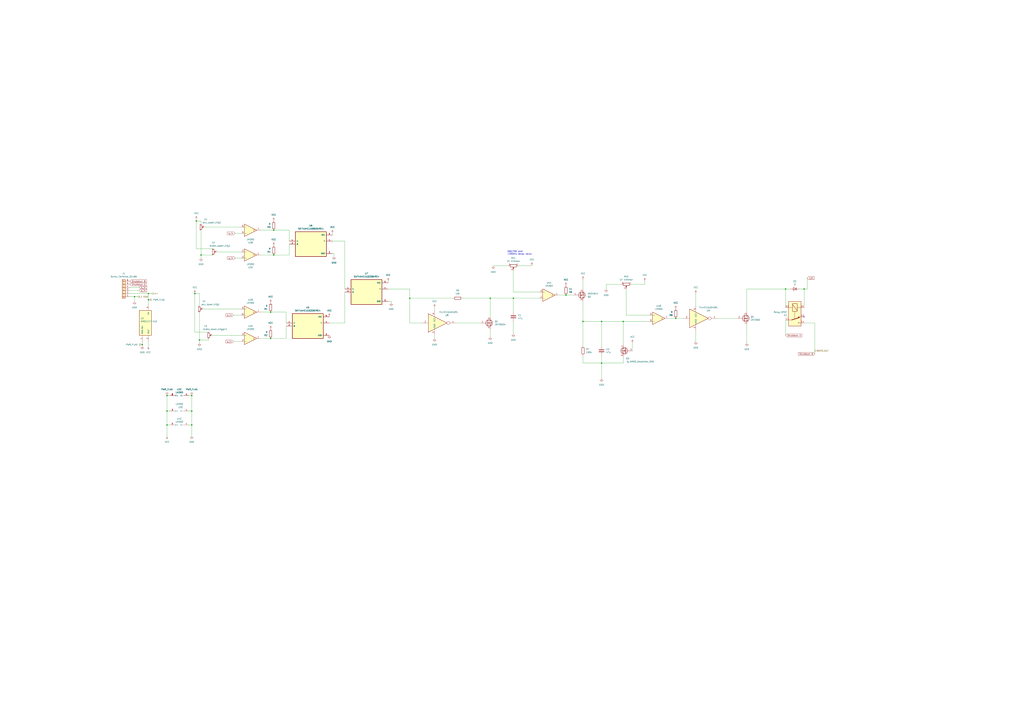
<source format=kicad_sch>
(kicad_sch (version 20231120) (generator "eeschema") (generator_version "8.0")
  (paper "A1")
  (lib_symbols
    (symbol "74xGxx:74LVC1GU04DRL"
      (property "Reference" "U" (at -5.08 10.16 0))
      (property "Value" "74LVC1GU04DRL" (at 17.78 10.16 0))
      (symbol "74LVC1GU04DRL_0_1"
        (rectangle (start -5.08 7.62) (end -5.08 -7.62) (stroke (width 0.254)) (fill (type background)))
        (polyline (pts (xy -5.08 -7.62) (xy 10.16 0) (xy -5.08 7.62)) (stroke (width 0.254)) (fill (type background)))
        (circle (center 11.43 0) (radius 1.27))
      )
      (symbol "74LVC1GU04DRL_1_1"
        (pin no_connect line (at 10.16 0 180) (length 5.08) hide (name "NC") (number "1"))
        (pin input line (at -10.16 0 0) (length 5.08) (name "~") (number "2"))
        (pin power_in line (at 0 -10.16 90) (length 5.08) (name "GND") (number "3"))
        (pin output line (at 17.78 0 180) (length 5.08) (name "~") (number "4"))
        (pin power_in line (at 0 10.16 270) (length 5.08) (name "VCC") (number "5"))
      )
    )
    (symbol "AMS1117-5.0:AMS1117-5.0" (pin_names (offset 1.016))
      (property "Reference" "U" (at -10.16 5.5921 0))
      (property "Value" "AMS1117-5.0" (at -10.16 -8.1379 0))
      (symbol "AMS1117-5.0_0_0"
        (rectangle (start -10.16 -5.08) (end 10.16 5.08) (stroke (width 0.254)) (fill (type background)))
        (pin power_in line (at 15.24 -2.54 180) (length 5.08) (name "GND/ADJ") (number "1"))
        (pin output line (at 15.24 2.54 180) (length 5.08) (name "VOUT") (number "2"))
        (pin input line (at -15.24 2.54 0) (length 5.08) (name "VIN") (number "3"))
      )
    )
    (symbol "Comparator:LM393" (pin_names (offset 0.127))
      (property "Reference" "U" (at 3.81 3.81 0))
      (property "Value" "LM393" (at 6.35 -3.81 0))
      (symbol "LM393_1_1"
        (polyline (pts (xy -5.08 5.08) (xy 5.08 0) (xy -5.08 -5.08) (xy -5.08 5.08)) (stroke (width 0.254)) (fill (type background)))
        (polyline (pts (xy 3.302 -0.508) (xy 2.794 -0.508) (xy 3.302 0) (xy 2.794 0.508) (xy 2.286 0) (xy 2.794 -0.508) (xy 2.286 -0.508)) (stroke (width 0.127)))
        (pin open_collector line (at 7.62 0 180) (length 2.54) (name "~") (number "1"))
        (pin input line (at -7.62 -2.54 0) (length 2.54) (name "-") (number "2"))
        (pin input line (at -7.62 2.54 0) (length 2.54) (name "+") (number "3"))
      )
      (symbol "LM393_2_1"
        (polyline (pts (xy -5.08 5.08) (xy 5.08 0) (xy -5.08 -5.08) (xy -5.08 5.08)) (stroke (width 0.254)) (fill (type background)))
        (polyline (pts (xy 3.302 -0.508) (xy 2.794 -0.508) (xy 3.302 0) (xy 2.794 0.508) (xy 2.286 0) (xy 2.794 -0.508) (xy 2.286 -0.508)) (stroke (width 0.127)))
        (pin input line (at -7.62 2.54 0) (length 2.54) (name "+") (number "5"))
        (pin input line (at -7.62 -2.54 0) (length 2.54) (name "-") (number "6"))
        (pin open_collector line (at 7.62 0 180) (length 2.54) (name "~") (number "7"))
      )
      (symbol "LM393_3_1"
        (pin power_in line (at -2.54 -7.62 90) (length 3.81) (name "V-") (number "4"))
        (pin power_in line (at -2.54 7.62 270) (length 3.81) (name "V+") (number "8"))
      )
    )
    (symbol "Connector:Screw_Terminal_01x06" (pin_names (offset 1.016) hide)
      (property "Reference" "J" (at 0 7.62 0))
      (property "Value" "Screw_Terminal_01x06" (at 0 -10.16 0))
      (symbol "Screw_Terminal_01x06_1_1"
        (rectangle (start -1.27 6.35) (end 1.27 -8.89) (stroke (width 0.254)) (fill (type background)))
        (circle (center 0 -7.62) (radius 0.635) (stroke (width 0.1524)))
        (circle (center 0 -5.08) (radius 0.635) (stroke (width 0.1524)))
        (circle (center 0 -2.54) (radius 0.635) (stroke (width 0.1524)))
        (polyline (pts (xy -0.5334 -7.2898) (xy 0.3302 -8.128)) (stroke (width 0.1524)))
        (polyline (pts (xy -0.5334 -4.7498) (xy 0.3302 -5.588)) (stroke (width 0.1524)))
        (polyline (pts (xy -0.5334 -2.2098) (xy 0.3302 -3.048)) (stroke (width 0.1524)))
        (polyline (pts (xy -0.5334 0.3302) (xy 0.3302 -0.508)) (stroke (width 0.1524)))
        (polyline (pts (xy -0.5334 2.8702) (xy 0.3302 2.032)) (stroke (width 0.1524)))
        (polyline (pts (xy -0.5334 5.4102) (xy 0.3302 4.572)) (stroke (width 0.1524)))
        (polyline (pts (xy -0.3556 -7.112) (xy 0.508 -7.9502)) (stroke (width 0.1524)))
        (polyline (pts (xy -0.3556 -4.572) (xy 0.508 -5.4102)) (stroke (width 0.1524)))
        (polyline (pts (xy -0.3556 -2.032) (xy 0.508 -2.8702)) (stroke (width 0.1524)))
        (polyline (pts (xy -0.3556 0.508) (xy 0.508 -0.3302)) (stroke (width 0.1524)))
        (polyline (pts (xy -0.3556 3.048) (xy 0.508 2.2098)) (stroke (width 0.1524)))
        (polyline (pts (xy -0.3556 5.588) (xy 0.508 4.7498)) (stroke (width 0.1524)))
        (circle (center 0 0) (radius 0.635) (stroke (width 0.1524)))
        (circle (center 0 2.54) (radius 0.635) (stroke (width 0.1524)))
        (circle (center 0 5.08) (radius 0.635) (stroke (width 0.1524)))
        (pin passive line (at -5.08 5.08 0) (length 3.81) (name "Pin_1") (number "1"))
        (pin passive line (at -5.08 2.54 0) (length 3.81) (name "Pin_2") (number "2"))
        (pin passive line (at -5.08 0 0) (length 3.81) (name "Pin_3") (number "3"))
        (pin passive line (at -5.08 -2.54 0) (length 3.81) (name "Pin_4") (number "4"))
        (pin passive line (at -5.08 -5.08 0) (length 3.81) (name "Pin_5") (number "5"))
        (pin passive line (at -5.08 -7.62 0) (length 3.81) (name "Pin_6") (number "6"))
      )
    )
    (symbol "Device:C" (pin_numbers hide) (pin_names (offset 0.254))
      (property "Reference" "C" (at 0.635 2.54 0))
      (property "Value" "C" (at 0.635 -2.54 0))
      (symbol "C_0_1"
        (polyline (pts (xy -2.032 -0.762) (xy 2.032 -0.762)) (stroke (width 0.508)))
        (polyline (pts (xy -2.032 0.762) (xy 2.032 0.762)) (stroke (width 0.508)))
      )
      (symbol "C_1_1"
        (pin passive line (at 0 3.81 270) (length 2.794) (name "~") (number "1"))
        (pin passive line (at 0 -3.81 90) (length 2.794) (name "~") (number "2"))
      )
    )
    (symbol "Device:D" (pin_numbers hide) (pin_names (offset 1.016) hide)
      (property "Reference" "D" (at 0 2.54 0))
      (property "Value" "D" (at 0 -2.54 0))
      (symbol "D_0_1"
        (polyline (pts (xy -1.27 1.27) (xy -1.27 -1.27)) (stroke (width 0.254)))
        (polyline (pts (xy 1.27 0) (xy -1.27 0)))
        (polyline (pts (xy 1.27 1.27) (xy 1.27 -1.27) (xy -1.27 0) (xy 1.27 1.27)) (stroke (width 0.254)))
      )
      (symbol "D_1_1"
        (pin passive line (at -3.81 0 0) (length 2.54) (name "K") (number "1"))
        (pin passive line (at 3.81 0 180) (length 2.54) (name "A") (number "2"))
      )
    )
    (symbol "Device:Q_NMOS_Depletion_DGS" (pin_names (offset 0) hide)
      (property "Reference" "Q" (at 5.08 1.905 0))
      (property "Value" "Q_NMOS_Depletion_DGS" (at 5.08 0 0))
      (symbol "Q_NMOS_Depletion_DGS_0_1"
        (polyline (pts (xy 0.254 0) (xy -2.54 0)))
        (polyline (pts (xy 0.254 1.905) (xy 0.254 -1.905)) (stroke (width 0.254)))
        (polyline (pts (xy 0.762 2.286) (xy 0.762 -2.286)) (stroke (width 0.254)))
        (polyline (pts (xy 2.54 2.54) (xy 2.54 1.778)))
        (polyline (pts (xy 2.54 -2.54) (xy 2.54 0) (xy 0.762 0)))
        (polyline (pts (xy 0.762 -1.778) (xy 3.302 -1.778) (xy 3.302 1.778) (xy 0.762 1.778)))
        (polyline (pts (xy 1.016 0) (xy 2.032 0.381) (xy 2.032 -0.381) (xy 1.016 0)) (fill (type outline)))
        (polyline (pts (xy 2.794 0.508) (xy 2.921 0.381) (xy 3.683 0.381) (xy 3.81 0.254)))
        (polyline (pts (xy 3.302 0.381) (xy 2.921 -0.254) (xy 3.683 -0.254) (xy 3.302 0.381)))
        (circle (center 1.651 0) (radius 2.794) (stroke (width 0.254)))
        (circle (center 2.54 -1.778) (radius 0.254) (fill (type outline)))
        (circle (center 2.54 1.778) (radius 0.254) (fill (type outline)))
      )
      (symbol "Q_NMOS_Depletion_DGS_1_1"
        (pin passive line (at 2.54 5.08 270) (length 2.54) (name "D") (number "1"))
        (pin input line (at -5.08 0 0) (length 2.54) (name "G") (number "2"))
        (pin passive line (at 2.54 -5.08 90) (length 2.54) (name "S") (number "3"))
      )
    )
    (symbol "Device:R" (pin_numbers hide) (pin_names (offset 0))
      (property "Reference" "R" (at 2.032 0 90))
      (property "Value" "R" (at 0 0 90))
      (symbol "R_0_1"
        (rectangle (start -1.016 -2.54) (end 1.016 2.54) (stroke (width 0.254)))
      )
      (symbol "R_1_1"
        (pin passive line (at 0 3.81 270) (length 1.27) (name "~") (number "1"))
        (pin passive line (at 0 -3.81 90) (length 1.27) (name "~") (number "2"))
      )
    )
    (symbol "Device:R_Potentiometer" (pin_names (offset 1.016) hide)
      (property "Reference" "RV" (at -4.445 0 90))
      (property "Value" "R_Potentiometer" (at -2.54 0 90))
      (symbol "R_Potentiometer_0_1"
        (polyline (pts (xy 2.54 0) (xy 1.524 0)))
        (polyline (pts (xy 1.143 0) (xy 2.286 0.508) (xy 2.286 -0.508) (xy 1.143 0)) (fill (type outline)))
        (rectangle (start 1.016 2.54) (end -1.016 -2.54) (stroke (width 0.254)))
      )
      (symbol "R_Potentiometer_1_1"
        (pin passive line (at 0 3.81 270) (length 1.27) (name "1") (number "1"))
        (pin passive line (at 3.81 0 180) (length 1.27) (name "2") (number "2"))
        (pin passive line (at 0 -3.81 90) (length 1.27) (name "3") (number "3"))
      )
    )
    (symbol "Device:R_Potentiometer_Small" (pin_names (offset 1.016) hide)
      (property "Reference" "RV" (at -4.445 0 90))
      (property "Value" "R_Potentiometer_Small" (at -2.54 0 90))
      (symbol "R_Potentiometer_Small_0_1"
        (polyline (pts (xy 0.889 0) (xy 0.635 0) (xy 1.651 0.381) (xy 1.651 -0.381) (xy 0.635 0) (xy 0.889 0)) (fill (type outline)))
        (rectangle (start 0.762 1.8034) (end -0.762 -1.8034) (stroke (width 0.254)))
      )
      (symbol "R_Potentiometer_Small_1_1"
        (pin passive line (at 0 2.54 270) (length 0.635) (name "1") (number "1"))
        (pin passive line (at 2.54 0 180) (length 0.9906) (name "2") (number "2"))
        (pin passive line (at 0 -2.54 90) (length 0.635) (name "3") (number "3"))
      )
    )
    (symbol "Relay:Relay_SPDT"
      (property "Reference" "K" (at 11.43 3.81 0))
      (property "Value" "Relay_SPDT" (at 11.43 1.27 0))
      (symbol "Relay_SPDT_0_0"
        (polyline (pts (xy 7.62 5.08) (xy 7.62 2.54) (xy 6.985 3.175) (xy 7.62 3.81)))
      )
      (symbol "Relay_SPDT_0_1"
        (rectangle (start -10.16 5.08) (end 10.16 -5.08) (stroke (width 0.254)) (fill (type background)))
        (rectangle (start -8.255 1.905) (end -1.905 -1.905) (stroke (width 0.254)))
        (polyline (pts (xy -7.62 -1.905) (xy -2.54 1.905)) (stroke (width 0.254)))
        (polyline (pts (xy -5.08 -5.08) (xy -5.08 -1.905)))
        (polyline (pts (xy -5.08 5.08) (xy -5.08 1.905)))
        (polyline (pts (xy -1.905 0) (xy -1.27 0)) (stroke (width 0.254)))
        (polyline (pts (xy -0.635 0) (xy 0 0)) (stroke (width 0.254)))
        (polyline (pts (xy 0.635 0) (xy 1.27 0)) (stroke (width 0.254)))
        (polyline (pts (xy 1.905 0) (xy 2.54 0)) (stroke (width 0.254)))
        (polyline (pts (xy 3.175 0) (xy 3.81 0)) (stroke (width 0.254)))
        (polyline (pts (xy 5.08 -2.54) (xy 3.175 3.81)) (stroke (width 0.508)))
        (polyline (pts (xy 5.08 -2.54) (xy 5.08 -5.08)))
        (polyline (pts (xy 2.54 5.08) (xy 2.54 2.54) (xy 3.175 3.175) (xy 2.54 3.81)) (fill (type outline)))
      )
      (symbol "Relay_SPDT_1_1"
        (pin passive line (at 5.08 -7.62 90) (length 2.54) (name "~") (number "11"))
        (pin passive line (at 2.54 7.62 270) (length 2.54) (name "~") (number "12"))
        (pin passive line (at 7.62 7.62 270) (length 2.54) (name "~") (number "14"))
        (pin passive line (at -5.08 7.62 270) (length 2.54) (name "~") (number "A1"))
        (pin passive line (at -5.08 -7.62 90) (length 2.54) (name "~") (number "A2"))
      )
    )
    (symbol "SN74AHC1G08DBVRE4:SN74AHC1G08DBVRE4" (pin_names (offset 1.016))
      (property "Reference" "U" (at -12.7 11.16 0))
      (property "Value" "SN74AHC1G08DBVRE4" (at -12.7 -14.16 0))
      (symbol "SN74AHC1G08DBVRE4_0_0"
        (rectangle (start -12.7 -10.16) (end 12.7 10.16) (stroke (width 0.41)) (fill (type background)))
        (pin input line (at -17.78 2.54 0) (length 5.08) (name "A") (number "1"))
        (pin input line (at -17.78 0 0) (length 5.08) (name "B") (number "2"))
        (pin power_in line (at 17.78 -7.62 180) (length 5.08) (name "GND") (number "3"))
        (pin output line (at 17.78 2.54 180) (length 5.08) (name "Y") (number "4"))
        (pin power_in line (at 17.78 7.62 180) (length 5.08) (name "VCC") (number "5"))
      )
    )
    (symbol "SN74AHC1G32DBVRE4:SN74AHC1G32DBVRE4" (pin_names (offset 1.016))
      (property "Reference" "U" (at -12.7 11.16 0))
      (property "Value" "SN74AHC1G32DBVRE4" (at -12.7 -14.16 0))
      (symbol "SN74AHC1G32DBVRE4_0_0"
        (rectangle (start -12.7 -10.16) (end 12.7 10.16) (stroke (width 0.41)) (fill (type background)))
        (pin input line (at -17.78 2.54 0) (length 5.08) (name "A") (number "1"))
        (pin input line (at -17.78 0 0) (length 5.08) (name "B") (number "2"))
        (pin power_in line (at 17.78 -7.62 180) (length 5.08) (name "GND") (number "3"))
        (pin output line (at 17.78 2.54 180) (length 5.08) (name "Y") (number "4"))
        (pin power_in line (at 17.78 7.62 180) (length 5.08) (name "VCC") (number "5"))
      )
    )
    (symbol "Transistor_FET:2N7000" (pin_names hide)
      (property "Reference" "Q" (at 5.08 1.905 0))
      (property "Value" "2N7000" (at 5.08 0 0))
      (symbol "2N7000_0_1"
        (polyline (pts (xy 0.254 0) (xy -2.54 0)))
        (polyline (pts (xy 0.254 1.905) (xy 0.254 -1.905)) (stroke (width 0.254)))
        (polyline (pts (xy 0.762 -1.27) (xy 0.762 -2.286)) (stroke (width 0.254)))
        (polyline (pts (xy 0.762 0.508) (xy 0.762 -0.508)) (stroke (width 0.254)))
        (polyline (pts (xy 0.762 2.286) (xy 0.762 1.27)) (stroke (width 0.254)))
        (polyline (pts (xy 2.54 2.54) (xy 2.54 1.778)))
        (polyline (pts (xy 2.54 -2.54) (xy 2.54 0) (xy 0.762 0)))
        (polyline (pts (xy 0.762 -1.778) (xy 3.302 -1.778) (xy 3.302 1.778) (xy 0.762 1.778)))
        (polyline (pts (xy 1.016 0) (xy 2.032 0.381) (xy 2.032 -0.381) (xy 1.016 0)) (fill (type outline)))
        (polyline (pts (xy 2.794 0.508) (xy 2.921 0.381) (xy 3.683 0.381) (xy 3.81 0.254)))
        (polyline (pts (xy 3.302 0.381) (xy 2.921 -0.254) (xy 3.683 -0.254) (xy 3.302 0.381)))
        (circle (center 1.651 0) (radius 2.794) (stroke (width 0.254)))
        (circle (center 2.54 -1.778) (radius 0.254) (fill (type outline)))
        (circle (center 2.54 1.778) (radius 0.254) (fill (type outline)))
      )
      (symbol "2N7000_1_1"
        (pin passive line (at 2.54 -5.08 90) (length 2.54) (name "S") (number "1"))
        (pin input line (at -5.08 0 0) (length 2.54) (name "G") (number "2"))
        (pin passive line (at 2.54 5.08 270) (length 2.54) (name "D") (number "3"))
      )
    )
    (symbol "Transistor_FET:2N7002H" (pin_names hide)
      (property "Reference" "Q" (at 5.08 1.905 0))
      (property "Value" "2N7002H" (at 5.08 0 0))
      (symbol "2N7002H_0_1"
        (polyline (pts (xy 0.254 0) (xy -2.54 0)))
        (polyline (pts (xy 0.254 1.905) (xy 0.254 -1.905)) (stroke (width 0.254)))
        (polyline (pts (xy 0.762 -1.27) (xy 0.762 -2.286)) (stroke (width 0.254)))
        (polyline (pts (xy 0.762 0.508) (xy 0.762 -0.508)) (stroke (width 0.254)))
        (polyline (pts (xy 0.762 2.286) (xy 0.762 1.27)) (stroke (width 0.254)))
        (polyline (pts (xy 2.54 2.54) (xy 2.54 1.778)))
        (polyline (pts (xy 2.54 -2.54) (xy 2.54 0) (xy 0.762 0)))
        (polyline (pts (xy 0.762 -1.778) (xy 3.302 -1.778) (xy 3.302 1.778) (xy 0.762 1.778)))
        (polyline (pts (xy 1.016 0) (xy 2.032 0.381) (xy 2.032 -0.381) (xy 1.016 0)) (fill (type outline)))
        (polyline (pts (xy 2.794 0.508) (xy 2.921 0.381) (xy 3.683 0.381) (xy 3.81 0.254)))
        (polyline (pts (xy 3.302 0.381) (xy 2.921 -0.254) (xy 3.683 -0.254) (xy 3.302 0.381)))
        (circle (center 1.651 0) (radius 2.794) (stroke (width 0.254)))
        (circle (center 2.54 -1.778) (radius 0.254) (fill (type outline)))
        (circle (center 2.54 1.778) (radius 0.254) (fill (type outline)))
      )
      (symbol "2N7002H_1_1"
        (pin input line (at -5.08 0 0) (length 2.54) (name "G") (number "1"))
        (pin passive line (at 2.54 -5.08 90) (length 2.54) (name "S") (number "2"))
        (pin passive line (at 2.54 5.08 270) (length 2.54) (name "D") (number "3"))
      )
    )
    (symbol "Transistor_FET:AO3401A" (pin_names hide)
      (property "Reference" "Q" (at 5.08 1.905 0))
      (property "Value" "AO3401A" (at 5.08 0 0))
      (symbol "AO3401A_0_1"
        (polyline (pts (xy 0.254 0) (xy -2.54 0)))
        (polyline (pts (xy 0.254 1.905) (xy 0.254 -1.905)) (stroke (width 0.254)))
        (polyline (pts (xy 0.762 -1.27) (xy 0.762 -2.286)) (stroke (width 0.254)))
        (polyline (pts (xy 0.762 0.508) (xy 0.762 -0.508)) (stroke (width 0.254)))
        (polyline (pts (xy 0.762 2.286) (xy 0.762 1.27)) (stroke (width 0.254)))
        (polyline (pts (xy 2.54 2.54) (xy 2.54 1.778)))
        (polyline (pts (xy 2.54 -2.54) (xy 2.54 0) (xy 0.762 0)))
        (polyline (pts (xy 0.762 1.778) (xy 3.302 1.778) (xy 3.302 -1.778) (xy 0.762 -1.778)))
        (polyline (pts (xy 2.286 0) (xy 1.27 0.381) (xy 1.27 -0.381) (xy 2.286 0)) (fill (type outline)))
        (polyline (pts (xy 2.794 -0.508) (xy 2.921 -0.381) (xy 3.683 -0.381) (xy 3.81 -0.254)))
        (polyline (pts (xy 3.302 -0.381) (xy 2.921 0.254) (xy 3.683 0.254) (xy 3.302 -0.381)))
        (circle (center 1.651 0) (radius 2.794) (stroke (width 0.254)))
        (circle (center 2.54 -1.778) (radius 0.254) (fill (type outline)))
        (circle (center 2.54 1.778) (radius 0.254) (fill (type outline)))
      )
      (symbol "AO3401A_1_1"
        (pin input line (at -5.08 0 0) (length 2.54) (name "G") (number "1"))
        (pin passive line (at 2.54 -5.08 90) (length 2.54) (name "S") (number "2"))
        (pin passive line (at 2.54 5.08 270) (length 2.54) (name "D") (number "3"))
      )
    )
    (symbol "power:GND" (power) (pin_names (offset 0))
      (property "Value" "GND" (at 0 -3.81 0))
      (symbol "GND_0_1"
        (polyline (pts (xy 0 0) (xy 0 -1.27) (xy 1.27 -1.27) (xy 0 -2.54) (xy -1.27 -1.27) (xy 0 -1.27)))
      )
      (symbol "GND_1_1"
        (pin power_in line (at 0 0 270) (length 0) hide (name "GND") (number "1"))
      )
    )
    (symbol "power:PWR_FLAG" (power) (pin_numbers hide) (pin_names (offset 0) hide)
      (property "Value" "PWR_FLAG" (at 0 3.81 0))
      (symbol "PWR_FLAG_0_0"
        (pin power_out line (at 0 0 90) (length 0) (name "pwr") (number "1"))
      )
      (symbol "PWR_FLAG_0_1"
        (polyline (pts (xy 0 0) (xy 0 1.27) (xy -1.016 1.905) (xy 0 2.54) (xy 1.016 1.905) (xy 0 1.27)))
      )
    )
    (symbol "power:VCC" (power) (pin_names (offset 0))
      (property "Value" "VCC" (at 0 3.81 0))
      (symbol "VCC_0_1"
        (polyline (pts (xy -0.762 1.27) (xy 0 2.54)))
        (polyline (pts (xy 0 0) (xy 0 2.54)))
        (polyline (pts (xy 0 2.54) (xy 0.762 1.27)))
      )
      (symbol "VCC_1_1"
        (pin power_in line (at 0 0 90) (length 0) hide (name "VCC") (number "1"))
      )
    )
  )
  (junction (at 110.49 243.84))
  (junction (at 336.55 245.11))
  (junction (at 157.48 325.12))
  (junction (at 160.02 241.3))
  (junction (at 137.16 349.25))
  (junction (at 494.03 298.45))
  (junction (at 137.16 337.82))
  (junction (at 494.03 264.16))
  (junction (at 222.25 278.13))
  (junction (at 137.16 325.12))
  (junction (at 163.83 279.4))
  (junction (at 421.64 245.11))
  (junction (at 511.81 264.16))
  (junction (at 121.92 241.3))
  (junction (at 161.29 181.61))
  (junction (at 645.16 237.49))
  (junction (at 165.1 209.55))
  (junction (at 222.25 256.54))
  (junction (at 157.48 349.25))
  (junction (at 224.79 209.55))
  (junction (at 660.4 237.49))
  (junction (at 402.59 245.11))
  (junction (at 478.79 264.16))
  (junction (at 157.48 337.82))
  (junction (at 224.79 189.23))
  (junction (at 116.84 283.21))
  (junction (at 121.92 246.38))
  (junction (at 464.82 242.57))
  (junction (at 554.99 261.62))
  (no_connect (at 660.4 260.35))
  (wire (pts (xy 356.87 252.73) (xy 356.87 255.27)))
  (wire (pts (xy 137.16 325.12) (xy 137.16 337.82)))
  (wire (pts (xy 165.1 209.55) (xy 175.26 209.55)))
  (wire (pts (xy 106.68 241.3) (xy 121.92 241.3)))
  (wire (pts (xy 154.94 325.12) (xy 157.48 325.12)))
  (wire (pts (xy 171.45 273.05) (xy 160.02 273.05)))
  (wire (pts (xy 514.35 237.49) (xy 514.35 259.08)))
  (wire (pts (xy 154.94 337.82) (xy 157.48 337.82)))
  (wire (pts (xy 273.05 191.77) (xy 273.05 193.04)))
  (wire (pts (xy 163.83 279.4) (xy 171.45 279.4)))
  (wire (pts (xy 421.64 240.03) (xy 421.64 222.25)))
  (wire (pts (xy 163.83 256.54) (xy 163.83 279.4)))
  (wire (pts (xy 191.77 280.67) (xy 198.12 280.67)))
  (wire (pts (xy 425.45 218.44) (xy 436.88 218.44)))
  (wire (pts (xy 154.94 349.25) (xy 157.48 349.25)))
  (wire (pts (xy 478.79 292.1) (xy 478.79 298.45)))
  (wire (pts (xy 660.4 237.49) (xy 660.4 252.73)))
  (wire (pts (xy 121.92 241.3) (xy 124.46 241.3)))
  (wire (pts (xy 161.29 180.34) (xy 161.29 181.61)))
  (wire (pts (xy 137.16 337.82) (xy 139.7 337.82)))
  (wire (pts (xy 529.59 231.14) (xy 529.59 233.68)))
  (wire (pts (xy 121.92 280.67) (xy 121.92 284.48)))
  (wire (pts (xy 283.21 198.12) (xy 283.21 237.49)))
  (wire (pts (xy 165.1 189.23) (xy 165.1 209.55)))
  (wire (pts (xy 283.21 265.43) (xy 270.51 265.43)))
  (wire (pts (xy 321.31 247.65) (xy 321.31 248.92)))
  (wire (pts (xy 171.45 279.4) (xy 171.45 278.13)))
  (wire (pts (xy 161.29 181.61) (xy 161.29 204.47)))
  (wire (pts (xy 110.49 247.65) (xy 110.49 243.84)))
  (wire (pts (xy 402.59 245.11) (xy 421.64 245.11)))
  (wire (pts (xy 237.49 209.55) (xy 237.49 200.66)))
  (wire (pts (xy 273.05 208.28) (xy 274.32 208.28)))
  (wire (pts (xy 110.49 243.84) (xy 106.68 243.84)))
  (wire (pts (xy 511.81 293.37) (xy 511.81 298.45)))
  (wire (pts (xy 137.16 349.25) (xy 137.16 358.14)))
  (wire (pts (xy 519.43 281.94) (xy 519.43 288.29)))
  (wire (pts (xy 494.03 264.16) (xy 494.03 284.48)))
  (wire (pts (xy 478.79 264.16) (xy 494.03 264.16)))
  (wire (pts (xy 379.73 245.11) (xy 402.59 245.11)))
  (wire (pts (xy 137.16 349.25) (xy 139.7 349.25)))
  (wire (pts (xy 283.21 240.03) (xy 283.21 265.43)))
  (wire (pts (xy 106.68 238.76) (xy 114.3 238.76)))
  (wire (pts (xy 571.5 241.3) (xy 571.5 251.46)))
  (wire (pts (xy 458.47 242.57) (xy 464.82 242.57)))
  (wire (pts (xy 589.28 261.62) (xy 605.79 261.62)))
  (wire (pts (xy 405.13 218.44) (xy 417.83 218.44)))
  (wire (pts (xy 193.04 212.09) (xy 198.12 212.09)))
  (wire (pts (xy 533.4 259.08) (xy 514.35 259.08)))
  (wire (pts (xy 234.95 256.54) (xy 234.95 265.43)))
  (wire (pts (xy 656.59 237.49) (xy 660.4 237.49)))
  (wire (pts (xy 121.92 241.3) (xy 121.92 246.38)))
  (wire (pts (xy 478.79 284.48) (xy 478.79 264.16)))
  (wire (pts (xy 511.81 264.16) (xy 511.81 283.21)))
  (wire (pts (xy 224.79 209.55) (xy 237.49 209.55)))
  (wire (pts (xy 336.55 237.49) (xy 318.77 237.49)))
  (wire (pts (xy 511.81 298.45) (xy 494.03 298.45)))
  (wire (pts (xy 645.16 275.59) (xy 645.16 262.89)))
  (wire (pts (xy 321.31 247.65) (xy 318.77 247.65)))
  (wire (pts (xy 137.16 337.82) (xy 137.16 349.25)))
  (wire (pts (xy 497.84 237.49) (xy 497.84 233.68)))
  (wire (pts (xy 191.77 259.08) (xy 198.12 259.08)))
  (wire (pts (xy 175.26 204.47) (xy 161.29 204.47)))
  (wire (pts (xy 554.99 261.62) (xy 561.34 261.62)))
  (wire (pts (xy 116.84 283.21) (xy 116.84 284.48)))
  (wire (pts (xy 645.16 237.49) (xy 648.97 237.49)))
  (wire (pts (xy 213.36 256.54) (xy 222.25 256.54)))
  (wire (pts (xy 273.05 198.12) (xy 283.21 198.12)))
  (wire (pts (xy 163.83 281.94) (xy 163.83 279.4)))
  (wire (pts (xy 478.79 247.65) (xy 478.79 264.16)))
  (wire (pts (xy 222.25 256.54) (xy 234.95 256.54)))
  (wire (pts (xy 478.79 298.45) (xy 494.03 298.45)))
  (wire (pts (xy 274.32 208.28) (xy 274.32 210.82)))
  (wire (pts (xy 660.4 237.49) (xy 662.94 237.49)))
  (wire (pts (xy 443.23 245.11) (xy 421.64 245.11)))
  (wire (pts (xy 613.41 237.49) (xy 645.16 237.49)))
  (wire (pts (xy 173.99 275.59) (xy 198.12 275.59)))
  (wire (pts (xy 193.04 191.77) (xy 198.12 191.77)))
  (wire (pts (xy 160.02 241.3) (xy 160.02 273.05)))
  (wire (pts (xy 157.48 349.25) (xy 157.48 358.14)))
  (wire (pts (xy 613.41 266.7) (xy 613.41 281.94)))
  (wire (pts (xy 139.7 325.12) (xy 137.16 325.12)))
  (wire (pts (xy 234.95 267.97) (xy 234.95 278.13)))
  (wire (pts (xy 213.36 278.13) (xy 222.25 278.13)))
  (wire (pts (xy 163.83 241.3) (xy 160.02 241.3)))
  (wire (pts (xy 548.64 261.62) (xy 554.99 261.62)))
  (wire (pts (xy 497.84 233.68) (xy 510.54 233.68)))
  (wire (pts (xy 421.64 274.32) (xy 421.64 264.16)))
  (wire (pts (xy 165.1 181.61) (xy 165.1 184.15)))
  (wire (pts (xy 518.16 233.68) (xy 529.59 233.68)))
  (wire (pts (xy 116.84 280.67) (xy 116.84 283.21)))
  (wire (pts (xy 114.3 236.22) (xy 106.68 236.22)))
  (wire (pts (xy 224.79 189.23) (xy 237.49 189.23)))
  (wire (pts (xy 222.25 278.13) (xy 234.95 278.13)))
  (wire (pts (xy 443.23 240.03) (xy 421.64 240.03)))
  (wire (pts (xy 237.49 189.23) (xy 237.49 198.12)))
  (wire (pts (xy 318.77 231.14) (xy 318.77 232.41)))
  (wire (pts (xy 157.48 325.12) (xy 157.48 337.82)))
  (wire (pts (xy 662.94 237.49) (xy 662.94 228.6)))
  (wire (pts (xy 213.36 209.55) (xy 224.79 209.55)))
  (wire (pts (xy 464.82 242.57) (xy 471.17 242.57)))
  (wire (pts (xy 613.41 256.54) (xy 613.41 237.49)))
  (wire (pts (xy 161.29 181.61) (xy 165.1 181.61)))
  (wire (pts (xy 421.64 245.11) (xy 421.64 256.54)))
  (wire (pts (xy 669.29 265.43) (xy 660.4 265.43)))
  (wire (pts (xy 177.8 207.01) (xy 198.12 207.01)))
  (wire (pts (xy 402.59 270.51) (xy 402.59 276.86)))
  (wire (pts (xy 167.64 186.69) (xy 198.12 186.69)))
  (wire (pts (xy 494.03 264.16) (xy 511.81 264.16)))
  (wire (pts (xy 336.55 265.43) (xy 336.55 245.11)))
  (wire (pts (xy 166.37 254) (xy 198.12 254)))
  (wire (pts (xy 478.79 229.87) (xy 478.79 237.49)))
  (wire (pts (xy 163.83 251.46) (xy 163.83 241.3)))
  (wire (pts (xy 374.65 265.43) (xy 394.97 265.43)))
  (wire (pts (xy 336.55 245.11) (xy 372.11 245.11)))
  (wire (pts (xy 165.1 212.09) (xy 165.1 209.55)))
  (wire (pts (xy 346.71 265.43) (xy 336.55 265.43)))
  (wire (pts (xy 157.48 337.82) (xy 157.48 349.25)))
  (wire (pts (xy 669.29 290.83) (xy 669.29 265.43)))
  (wire (pts (xy 121.92 246.38) (xy 121.92 250.19)))
  (wire (pts (xy 571.5 271.78) (xy 571.5 280.67)))
  (wire (pts (xy 110.49 243.84) (xy 113.03 243.84)))
  (wire (pts (xy 402.59 245.11) (xy 402.59 260.35)))
  (wire (pts (xy 336.55 245.11) (xy 336.55 237.49)))
  (wire (pts (xy 213.36 189.23) (xy 224.79 189.23)))
  (wire (pts (xy 511.81 264.16) (xy 533.4 264.16)))
  (wire (pts (xy 645.16 252.73) (xy 645.16 237.49)))
  (wire (pts (xy 356.87 278.13) (xy 356.87 275.59)))
  (wire (pts (xy 494.03 298.45) (xy 494.03 311.15)))
  (wire (pts (xy 494.03 292.1) (xy 494.03 298.45)))
  (text "300:700 omh\n+500ms delay value" (at 416.56 209.55 0) (effects (font (size 1.27 1.27)) (justify left bottom)))
  (global_label "a_in" (shape input) (at 114.3 238.76 0) (property "Intersheetrefs" "${INTERSHEET_REFS}" (effects (hide yes))))
  (global_label "b_in" (shape input) (at 191.77 259.08 180) (property "Intersheetrefs" "${INTERSHEET_REFS}" (effects (hide yes))))
  (global_label "a_in" (shape input) (at 191.77 280.67 180) (property "Intersheetrefs" "${INTERSHEET_REFS}" (effects (hide yes))))
  (global_label "12V" (shape input) (at 662.94 228.6 0) (property "Intersheetrefs" "${INTERSHEET_REFS}" (effects (hide yes))))
  (global_label "Shutdown A" (shape input) (at 106.68 233.68 0) (property "Intersheetrefs" "${INTERSHEET_REFS}" (effects (hide yes))))
  (global_label "b_in" (shape input) (at 193.04 191.77 180) (property "Intersheetrefs" "${INTERSHEET_REFS}" (effects (hide yes))))
  (global_label "Shutdown A" (shape input) (at 645.16 275.59 0) (property "Intersheetrefs" "${INTERSHEET_REFS}" (effects (hide yes))))
  (global_label "b_in" (shape input) (at 114.3 236.22 0) (property "Intersheetrefs" "${INTERSHEET_REFS}" (effects (hide yes))))
  (global_label "Shutdown B" (shape input) (at 669.29 290.83 180) (property "Intersheetrefs" "${INTERSHEET_REFS}" (effects (hide yes))))
  (global_label "a_in" (shape input) (at 193.04 212.09 180) (property "Intersheetrefs" "${INTERSHEET_REFS}" (effects (hide yes))))
  (global_label "Shutdown B" (shape input) (at 106.68 231.14 0) (property "Intersheetrefs" "${INTERSHEET_REFS}" (effects (hide yes))))
  (hierarchical_label "LV GND" (shape input) (at 113.03 243.84 0))
  (hierarchical_label "BSPD_OUT" (shape output) (at 669.29 288.29 0))
  (hierarchical_label "LV+ " (shape input) (at 124.46 241.3 0))
  (symbol (lib_id "Device:D") (at 652.78 237.49 180) (unit 1)
    (property "Reference" "D2" (at 652.78 231.14 0))
    (property "Value" "D" (at 652.78 233.68 0))
    (property "Footprint" "Diode_SMD:D_1206_3216Metric_Pad1.42x1.75mm_HandSolder" (effects (hide yes)))
    (property "Sim.Device" "D" (effects (hide yes)))
    (property "Sim.Pins" "1=K 2=A" (effects (hide yes)))
  )
  (symbol (lib_id "power:VCC") (at 571.5 241.3 0) (unit 1)
    (property "Reference" "#PWR034" (effects (hide yes)))
    (property "Value" "VCC" (at 571.5 236.22 0))
  )
  (symbol (lib_id "power:VCC") (at 529.59 231.14 0) (unit 1)
    (property "Reference" "#PWR032" (effects (hide yes)))
    (property "Value" "VCC" (at 529.59 226.06 0))
  )
  (symbol (lib_id "Device:R_Potentiometer") (at 421.64 218.44 270) (unit 1)
    (property "Reference" "RV1" (at 421.64 212.09 90))
    (property "Value" "1K trimmer" (at 421.64 214.63 90))
    (property "Footprint" "Potentiometer_THT:Potentiometer_Bourns_3296W_Vertical" (effects (hide yes)))
  )
  (symbol (lib_id "power:VCC") (at 273.05 191.77 0) (unit 1)
    (property "Reference" "#PWR017" (effects (hide yes)))
    (property "Value" "VCC" (at 273.05 186.69 0))
  )
  (symbol (lib_id "Device:Q_NMOS_Depletion_DGS") (at 514.35 288.29 0) (mirror y) (unit 1)
    (property "Reference" "Q3" (at 516.89 294.64 0) (effects (justify left)))
    (property "Value" "Q_NMOS_Depletion_DGS" (at 537.21 297.18 0) (effects (justify left)))
    (property "Footprint" "Package_TO_SOT_SMD:SOT-23" (effects (hide yes)))
  )
  (symbol (lib_id "Transistor_FET:2N7000") (at 610.87 261.62 0) (unit 1)
    (property "Reference" "Q4" (at 616.585 260.35 0) (effects (justify left)))
    (property "Value" "2N7000" (at 616.585 262.89 0) (effects (justify left)))
    (property "Footprint" "Package_TO_SOT_SMD:SOT-23" (effects (hide yes)))
    (property "Datasheet" "https://www.vishay.com/docs/70226/70226.pdf" (effects (hide yes)))
  )
  (symbol (lib_id "power:VCC") (at 222.25 248.92 0) (unit 1)
    (property "Reference" "#PWR011" (effects (hide yes)))
    (property "Value" "VCC" (at 222.25 243.84 0))
  )
  (symbol (lib_id "Relay:Relay_SPDT") (at 652.78 257.81 270) (unit 1)
    (property "Reference" "K1" (at 646.43 259.08 90) (effects (justify right)))
    (property "Value" "Relay_SPDT" (at 646.43 256.54 90) (effects (justify right)))
    (property "Footprint" "Relay_THT:Relay_SPDT_Finder_36.11" (effects (hide yes)))
  )
  (symbol (lib_id "Device:R_Potentiometer_Small") (at 171.45 275.59 0) (unit 1)
    (property "Reference" "brake_lower_trigger1" (at 186.69 270.51 0) (effects (justify right)))
    (property "Value" "1K" (at 167.64 267.97 0) (effects (justify left)))
    (property "Footprint" "Potentiometer_THT:Potentiometer_Bourns_3296W_Vertical" (effects (hide yes)))
  )
  (symbol (lib_id "power:GND") (at 157.48 358.14 0) (unit 1)
    (property "Reference" "#PWR06" (effects (hide yes)))
    (property "Value" "GND" (at 157.48 363.22 0))
  )
  (symbol (lib_id "power:VCC") (at 160.02 241.3 0) (unit 1)
    (property "Reference" "#PWR07" (effects (hide yes)))
    (property "Value" "VCC" (at 160.02 236.22 0))
  )
  (symbol (lib_id "power:VCC") (at 356.87 252.73 0) (unit 1)
    (property "Reference" "#PWR021" (effects (hide yes)))
    (property "Value" "VCC" (at 356.87 247.65 0))
  )
  (symbol (lib_id "Connector:Screw_Terminal_01x06") (at 101.6 238.76 180) (unit 1)
    (property "Reference" "J1" (at 101.6 224.79 0))
    (property "Value" "Screw_Terminal_01x06" (at 101.6 227.33 0))
    (property "Footprint" "TerminalBlock:TerminalBlock_bornier-6_P5.08mm" (effects (hide yes)))
  )
  (symbol (lib_id "Device:R_Potentiometer_Small") (at 175.26 207.01 0) (unit 1)
    (property "Reference" "brake_upper_trig1" (at 189.23 201.93 0) (effects (justify right)))
    (property "Value" "1K" (at 176.53 199.39 0) (effects (justify right)))
    (property "Footprint" "Potentiometer_THT:Potentiometer_Bourns_3296W_Vertical" (effects (hide yes)))
  )
  (symbol (lib_id "Comparator:LM393") (at 147.32 335.28 90) (unit 3)
    (property "Reference" "U3" (at 150.495 334.645 90) (effects (justify left)))
    (property "Value" "LM393" (at 150.495 332.105 90) (effects (justify left)))
    (property "Footprint" "Package_SO:SOIC-8-1EP_3.9x4.9mm_P1.27mm_EP2.29x3mm" (effects (hide yes)))
    (property "Datasheet" "http://www.ti.com/lit/ds/symlink/lm393.pdf" (effects (hide yes)))
  )
  (symbol (lib_id "power:VCC") (at 478.79 229.87 0) (unit 1)
    (property "Reference" "#PWR028" (effects (hide yes)))
    (property "Value" "VCC" (at 478.79 224.79 0))
  )
  (symbol (lib_id "power:GND") (at 494.03 311.15 0) (unit 1)
    (property "Reference" "#PWR029" (effects (hide yes)))
    (property "Value" "GND" (at 494.03 316.23 0))
  )
  (symbol (lib_id "power:GND") (at 571.5 280.67 0) (unit 1)
    (property "Reference" "#PWR035" (effects (hide yes)))
    (property "Value" "GND" (at 571.5 285.75 0))
  )
  (symbol (lib_id "SN74AHC1G32DBVRE4:SN74AHC1G32DBVRE4") (at 252.73 267.97 0) (unit 1)
    (property "Reference" "U5" (at 252.73 252.73 0))
    (property "Value" "SN74AHC1G32DBVRE4" (at 252.73 255.27 0))
    (property "Footprint" "Package_TO_SOT_SMD:SOT-23-5" (effects (hide yes)))
    (property "Description" "\nSingle 2-Input Positive-OR Gate 5-SOT-23 -40 to 125\n" (effects (hide yes)))
    (property "MF" "Texas Instruments" (effects (hide yes)))
    (property "Package" "SOT-23-5 Texas Instruments" (effects (hide yes)))
    (property "Price" "None" (effects (hide yes)))
    (property "SnapEDA_Link" "https://www.snapeda.com/parts/SN74AHC1G32DBVRE4/Texas+Instruments/view-part/?ref=snap" (effects (hide yes)))
    (property "MP" "SN74AHC1G32DBVRE4" (effects (hide yes)))
    (property "Availability" "In Stock" (effects (hide yes)))
    (property "Check_prices" "https://www.snapeda.com/parts/SN74AHC1G32DBVRE4/Texas+Instruments/view-part/?ref=eda" (effects (hide yes)))
  )
  (symbol (lib_id "power:VCC") (at 318.77 231.14 0) (unit 1)
    (property "Reference" "#PWR019" (effects (hide yes)))
    (property "Value" "VCC" (at 318.77 226.06 0))
  )
  (symbol (lib_id "power:PWR_FLAG") (at 121.92 246.38 270) (unit 1)
    (property "Reference" "#FLG02" (effects (hide yes)))
    (property "Value" "PWR_FLAG" (at 125.73 246.38 90) (effects (justify left)))
  )
  (symbol (lib_id "Device:C") (at 494.03 288.29 0) (unit 1)
    (property "Reference" "C2" (at 497.84 287.02 0) (effects (justify left)))
    (property "Value" "47u" (at 497.84 289.56 0) (effects (justify left)))
    (property "Footprint" "Capacitor_SMD:C_Elec_6.3x7.7" (effects (hide yes)))
  )
  (symbol (lib_id "power:GND") (at 110.49 247.65 0) (unit 1)
    (property "Reference" "#PWR02" (effects (hide yes)))
    (property "Value" "GND" (at 110.49 252.73 0))
  )
  (symbol (lib_id "power:GND") (at 402.59 276.86 0) (unit 1)
    (property "Reference" "#PWR023" (effects (hide yes)))
    (property "Value" "GND" (at 402.59 281.94 0))
  )
  (symbol (lib_id "Transistor_FET:2N7002H") (at 400.05 265.43 0) (unit 1)
    (property "Reference" "Q1" (at 406.4 264.16 0) (effects (justify left)))
    (property "Value" "2N7002H" (at 406.4 266.7 0) (effects (justify left)))
    (property "Footprint" "Package_TO_SOT_SMD:SOT-23" (effects (hide yes)))
    (property "Datasheet" "http://www.diodes.com/assets/Datasheets/2N7002H.pdf" (effects (hide yes)))
  )
  (symbol (lib_id "Comparator:LM393") (at 205.74 278.13 0) (unit 1)
    (property "Reference" "U2" (at 205.74 267.97 0))
    (property "Value" "LM393" (at 205.74 270.51 0))
    (property "Footprint" "Package_SO:SOIC-8-1EP_3.9x4.9mm_P1.27mm_EP2.29x3mm" (effects (hide yes)))
    (property "Datasheet" "http://www.ti.com/lit/ds/symlink/lm393.pdf" (effects (hide yes)))
  )
  (symbol (lib_id "Device:R") (at 478.79 288.29 0) (unit 1)
    (property "Reference" "R7" (at 481.33 287.02 0) (effects (justify left)))
    (property "Value" "100k" (at 481.33 289.56 0) (effects (justify left)))
    (property "Footprint" "Resistor_SMD:R_1206_3216Metric" (effects (hide yes)))
  )
  (symbol (lib_id "power:PWR_FLAG") (at 157.48 325.12 0) (unit 1)
    (property "Reference" "#FLG04" (effects (hide yes)))
    (property "Value" "PWR_FLAG" (at 157.48 320.04 0))
  )
  (symbol (lib_id "Device:R") (at 464.82 238.76 0) (mirror x) (unit 1)
    (property "Reference" "R6" (at 467.36 240.03 0) (effects (justify left)))
    (property "Value" "1k" (at 467.36 237.49 0) (effects (justify left)))
    (property "Footprint" "Resistor_SMD:R_1206_3216Metric" (effects (hide yes)))
  )
  (symbol (lib_id "74xGxx:74LVC1GU04DRL") (at 571.5 261.62 0) (unit 1)
    (property "Reference" "U9" (at 581.66 255.27 0))
    (property "Value" "74LVC1GU04DRL" (at 581.66 252.73 0))
    (property "Footprint" "Package_TO_SOT_SMD:SOT-23-5" (effects (hide yes)))
    (property "Datasheet" "http://www.ti.com/lit/ds/symlink/sn74lvc1gu04.pdf" (effects (hide yes)))
  )
  (symbol (lib_id "power:GND") (at 321.31 248.92 0) (unit 1)
    (property "Reference" "#PWR020" (effects (hide yes)))
    (property "Value" "GND" (at 321.31 254 0))
  )
  (symbol (lib_id "SN74AHC1G32DBVRE4:SN74AHC1G32DBVRE4") (at 300.99 240.03 0) (unit 1)
    (property "Reference" "U7" (at 300.99 224.79 0))
    (property "Value" "SN74AHC1G32DBVRE4" (at 300.99 227.33 0))
    (property "Footprint" "Package_TO_SOT_SMD:SOT-23-5" (effects (hide yes)))
    (property "Description" "\nSingle 2-Input Positive-OR Gate 5-SOT-23 -40 to 125\n" (effects (hide yes)))
    (property "MF" "Texas Instruments" (effects (hide yes)))
    (property "Package" "SOT-23-5 Texas Instruments" (effects (hide yes)))
    (property "Price" "None" (effects (hide yes)))
    (property "SnapEDA_Link" "https://www.snapeda.com/parts/SN74AHC1G32DBVRE4/Texas+Instruments/view-part/?ref=snap" (effects (hide yes)))
    (property "MP" "SN74AHC1G32DBVRE4" (effects (hide yes)))
    (property "Availability" "In Stock" (effects (hide yes)))
    (property "Check_prices" "https://www.snapeda.com/parts/SN74AHC1G32DBVRE4/Texas+Instruments/view-part/?ref=eda" (effects (hide yes)))
  )
  (symbol (lib_id "Comparator:LM393") (at 147.32 346.71 90) (unit 3)
    (property "Reference" "U4" (at 147.32 344.17 90))
    (property "Value" "LM393" (at 147.32 346.71 90))
    (property "Footprint" "Package_SO:SOIC-8-1EP_3.9x4.9mm_P1.27mm_EP2.29x3mm" (effects (hide yes)))
    (property "Datasheet" "http://www.ti.com/lit/ds/symlink/lm393.pdf" (effects (hide yes)))
  )
  (symbol (lib_id "power:VCC") (at 464.82 234.95 0) (unit 1)
    (property "Reference" "#PWR027" (effects (hide yes)))
    (property "Value" "VCC" (at 464.82 229.87 0))
  )
  (symbol (lib_id "SN74AHC1G08DBVRE4:SN74AHC1G08DBVRE4") (at 255.27 200.66 0) (unit 1)
    (property "Reference" "U6" (at 255.27 185.42 0))
    (property "Value" "SN74AHC1G08DBVRE4" (at 255.27 187.96 0))
    (property "Footprint" "Package_TO_SOT_SMD:SOT-23-5" (effects (hide yes)))
    (property "Description" "\nSingle 2-Input Positive-AND Gate 5-SOT-23 -55 to 125\n" (effects (hide yes)))
    (property "MF" "Texas Instruments" (effects (hide yes)))
    (property "Package" "SOT-23-5 Texas Instruments" (effects (hide yes)))
    (property "Price" "None" (effects (hide yes)))
    (property "SnapEDA_Link" "https://www.snapeda.com/parts/SN74AHC1G08DBVRE4/Texas+Instruments/view-part/?ref=snap" (effects (hide yes)))
    (property "MP" "SN74AHC1G08DBVRE4" (effects (hide yes)))
    (property "Purchase-URL" "https://www.snapeda.com/api/url_track_click_mouser/?unipart_id=1159122&manufacturer=Texas Instruments&part_name=SN74AHC1G08DBVRE4&search_term=sn74ahc1g08dbvr" (effects (hide yes)))
    (property "Availability" "In Stock" (effects (hide yes)))
    (property "Check_prices" "https://www.snapeda.com/parts/SN74AHC1G08DBVRE4/Texas+Instruments/view-part/?ref=eda" (effects (hide yes)))
  )
  (symbol (lib_id "power:GND") (at 270.51 275.59 0) (unit 1)
    (property "Reference" "#PWR016" (effects (hide yes)))
    (property "Value" "GND" (at 270.51 280.67 0))
  )
  (symbol (lib_id "Device:R") (at 224.79 205.74 180) (unit 1)
    (property "Reference" "R4" (at 222.25 207.01 0) (effects (justify left)))
    (property "Value" "R" (at 222.25 204.47 0) (effects (justify left)))
    (property "Footprint" "Resistor_SMD:R_1206_3216Metric" (effects (hide yes)))
  )
  (symbol (lib_id "power:GND") (at 163.83 281.94 0) (unit 1)
    (property "Reference" "#PWR09" (effects (hide yes)))
    (property "Value" "GND" (at 163.83 287.02 0))
  )
  (symbol (lib_id "power:PWR_FLAG") (at 137.16 325.12 0) (unit 1)
    (property "Reference" "#FLG03" (effects (hide yes)))
    (property "Value" "PWR_FLAG" (at 137.16 320.04 0))
  )
  (symbol (lib_id "Device:R") (at 222.25 274.32 180) (unit 1)
    (property "Reference" "R2" (at 219.71 275.59 0) (effects (justify left)))
    (property "Value" "R" (at 219.71 273.05 0) (effects (justify left)))
    (property "Footprint" "Resistor_SMD:R_1206_3216Metric" (effects (hide yes)))
  )
  (symbol (lib_id "Comparator:LM393") (at 147.32 322.58 90) (unit 3)
    (property "Reference" "U2" (at 147.32 320.04 90))
    (property "Value" "LM393" (at 147.32 322.58 90))
    (property "Footprint" "Package_SO:SOIC-8-1EP_3.9x4.9mm_P1.27mm_EP2.29x3mm" (effects (hide yes)))
    (property "Datasheet" "http://www.ti.com/lit/ds/symlink/lm393.pdf" (effects (hide yes)))
  )
  (symbol (lib_id "Device:R") (at 224.79 185.42 180) (unit 1)
    (property "Reference" "R3" (at 222.25 186.69 0) (effects (justify left)))
    (property "Value" "R" (at 222.25 184.15 0) (effects (justify left)))
    (property "Footprint" "Resistor_SMD:R_1206_3216Metric" (effects (hide yes)))
  )
  (symbol (lib_id "power:GND") (at 274.32 210.82 0) (unit 1)
    (property "Reference" "#PWR018" (effects (hide yes)))
    (property "Value" "GND" (at 274.32 215.9 0))
  )
  (symbol (lib_id "Comparator:LM393") (at 205.74 209.55 0) (mirror x) (unit 1)
    (property "Reference" "U3" (at 205.74 219.71 0))
    (property "Value" "LM393" (at 205.74 217.17 0))
    (property "Footprint" "Package_SO:SOIC-8-1EP_3.9x4.9mm_P1.27mm_EP2.29x3mm" (effects (hide yes)))
    (property "Datasheet" "http://www.ti.com/lit/ds/symlink/lm393.pdf" (effects (hide yes)))
  )
  (symbol (lib_id "Device:R_Potentiometer_Small") (at 165.1 186.69 0) (unit 1)
    (property "Reference" "acc_upper_trig1" (at 181.61 182.88 0) (effects (justify right)))
    (property "Value" "1K" (at 170.18 180.34 0) (effects (justify right)))
    (property "Footprint" "Potentiometer_THT:Potentiometer_Bourns_3296W_Vertical" (effects (hide yes)))
  )
  (symbol (lib_id "Comparator:LM393") (at 205.74 189.23 0) (mirror x) (unit 2)
    (property "Reference" "U3" (at 205.74 199.39 0))
    (property "Value" "LM393" (at 205.74 196.85 0))
    (property "Footprint" "Package_SO:SOIC-8-1EP_3.9x4.9mm_P1.27mm_EP2.29x3mm" (effects (hide yes)))
    (property "Datasheet" "http://www.ti.com/lit/ds/symlink/lm393.pdf" (effects (hide yes)))
  )
  (symbol (lib_id "Transistor_FET:AO3401A") (at 476.25 242.57 0) (mirror x) (unit 1)
    (property "Reference" "Q2" (at 482.6 243.84 0) (effects (justify left)))
    (property "Value" "AO3401A" (at 482.6 241.3 0) (effects (justify left)))
    (property "Footprint" "Package_TO_SOT_SMD:SOT-23" (effects (hide yes)))
    (property "Datasheet" "http://www.aosmd.com/pdfs/datasheet/AO3401A.pdf" (effects (hide yes)))
  )
  (symbol (lib_id "Device:R") (at 222.25 252.73 180) (unit 1)
    (property "Reference" "R1" (at 219.71 254 0) (effects (justify left)))
    (property "Value" "R" (at 219.71 251.46 0) (effects (justify left)))
    (property "Footprint" "Resistor_SMD:R_1206_3216Metric" (effects (hide yes)))
  )
  (symbol (lib_id "power:GND") (at 356.87 278.13 0) (unit 1)
    (property "Reference" "#PWR022" (effects (hide yes)))
    (property "Value" "GND" (at 356.87 283.21 0))
  )
  (symbol (lib_id "power:VCC") (at 121.92 284.48 180) (unit 1)
    (property "Reference" "#PWR04" (effects (hide yes)))
    (property "Value" "VCC" (at 121.92 289.56 0))
  )
  (symbol (lib_id "Device:C") (at 421.64 260.35 0) (unit 1)
    (property "Reference" "C1" (at 425.45 259.08 0) (effects (justify left)))
    (property "Value" "47u" (at 425.45 261.62 0) (effects (justify left)))
    (property "Footprint" "Capacitor_SMD:C_Elec_6.3x7.7" (effects (hide yes)))
  )
  (symbol (lib_id "power:VCC") (at 436.88 218.44 0) (unit 1)
    (property "Reference" "#PWR026" (effects (hide yes)))
    (property "Value" "VCC" (at 436.88 213.36 0))
  )
  (symbol (lib_id "power:GND") (at 165.1 212.09 0) (unit 1)
    (property "Reference" "#PWR010" (effects (hide yes)))
    (property "Value" "GND" (at 165.1 217.17 0))
  )
  (symbol (lib_id "Device:R_Potentiometer") (at 514.35 233.68 270) (unit 1)
    (property "Reference" "RV2" (at 514.35 227.33 90))
    (property "Value" "1K trimmer" (at 514.35 229.87 90))
    (property "Footprint" "Potentiometer_THT:Potentiometer_Bourns_3296W_Vertical" (effects (hide yes)))
  )
  (symbol (lib_id "power:VCC") (at 270.51 260.35 0) (unit 1)
    (property "Reference" "#PWR015" (effects (hide yes)))
    (property "Value" "VCC" (at 270.51 255.27 0))
  )
  (symbol (lib_id "power:GND") (at 116.84 284.48 0) (unit 1)
    (property "Reference" "#PWR03" (effects (hide yes)))
    (property "Value" "GND" (at 116.84 289.56 0))
  )
  (symbol (lib_id "power:GND") (at 613.41 281.94 0) (unit 1)
    (property "Reference" "#PWR036" (effects (hide yes)))
    (property "Value" "GND" (at 613.41 287.02 0))
  )
  (symbol (lib_id "Device:R") (at 375.92 245.11 90) (unit 1)
    (property "Reference" "R5" (at 375.92 238.76 90))
    (property "Value" "10k" (at 375.92 241.3 90))
    (property "Footprint" "Resistor_SMD:R_1206_3216Metric" (effects (hide yes)))
  )
  (symbol (lib_id "74xGxx:74LVC1GU04DRL") (at 356.87 265.43 0) (unit 1)
    (property "Reference" "U8" (at 367.03 259.08 0))
    (property "Value" "74LVC1GU04DRL" (at 368.3 256.54 0))
    (property "Footprint" "Package_TO_SOT_SMD:SOT-23-5" (effects (hide yes)))
    (property "Datasheet" "http://www.ti.com/lit/ds/symlink/sn74lvc1gu04.pdf" (effects (hide yes)))
  )
  (symbol (lib_id "power:VCC") (at 137.16 358.14 180) (unit 1)
    (property "Reference" "#PWR05" (effects (hide yes)))
    (property "Value" "VCC" (at 137.16 363.22 0))
  )
  (symbol (lib_id "AMS1117-5.0:AMS1117-5.0") (at 119.38 265.43 270) (unit 1)
    (property "Reference" "U1" (at 115.57 261.62 90) (effects (justify left)))
    (property "Value" "AMS1117-5.0" (at 115.57 264.16 90) (effects (justify left)))
    (property "Footprint" "Package_TO_SOT_SMD:SOT-223" (effects (hide yes)))
    (property "Description" "\n1A LOW DROPOUT VOLTAGE REGULATOR\n" (effects (hide yes)))
    (property "MF" "ams" (effects (hide yes)))
    (property "MAXIMUM_PACKAGE_HEIGHT" "1.80mm" (effects (hide yes)))
    (property "Package" "SOT-223 Seeed Technology" (effects (hide yes)))
    (property "Price" "None" (effects (hide yes)))
    (property "Check_prices" "https://www.snapeda.com/parts/AMS1117-5.0/ams/view-part/?ref=eda" (effects (hide yes)))
    (property "STANDARD" "IPC-7351B" (effects (hide yes)))
    (property "PARTREV" "N/A" (effects (hide yes)))
    (property "SnapEDA_Link" "https://www.snapeda.com/parts/AMS1117-5.0/ams/view-part/?ref=snap" (effects (hide yes)))
    (property "MP" "AMS1117-5.0" (effects (hide yes)))
    (property "Availability" "Not in stock" (effects (hide yes)))
    (property "MANUFACTURER" "Advanced Monolithic Systems" (effects (hide yes)))
  )
  (symbol (lib_id "power:GND") (at 421.64 274.32 0) (unit 1)
    (property "Reference" "#PWR025" (effects (hide yes)))
    (property "Value" "GND" (at 421.64 279.4 0))
  )
  (symbol (lib_id "Comparator:LM393") (at 450.85 242.57 0) (unit 1)
    (property "Reference" "U4" (at 450.85 232.41 0))
    (property "Value" "LM393" (at 450.85 234.95 0))
    (property "Footprint" "Package_SO:SOIC-8-1EP_3.9x4.9mm_P1.27mm_EP2.29x3mm" (effects (hide yes)))
    (property "Datasheet" "http://www.ti.com/lit/ds/symlink/lm393.pdf" (effects (hide yes)))
  )
  (symbol (lib_id "power:VCC") (at 224.79 181.61 0) (unit 1)
    (property "Reference" "#PWR013" (effects (hide yes)))
    (property "Value" "VCC" (at 224.79 176.53 0))
  )
  (symbol (lib_id "power:VCC") (at 554.99 254 0) (unit 1)
    (property "Reference" "#PWR033" (effects (hide yes)))
    (property "Value" "VCC" (at 554.99 248.92 0))
  )
  (symbol (lib_id "Comparator:LM393") (at 541.02 261.62 0) (unit 2)
    (property "Reference" "U4" (at 541.02 251.46 0))
    (property "Value" "LM393" (at 541.02 254 0))
    (property "Footprint" "Package_SO:SOIC-8-1EP_3.9x4.9mm_P1.27mm_EP2.29x3mm" (effects (hide yes)))
    (property "Datasheet" "http://www.ti.com/lit/ds/symlink/lm393.pdf" (effects (hide yes)))
  )
  (symbol (lib_id "power:VCC") (at 161.29 180.34 0) (unit 1)
    (property "Reference" "#PWR08" (effects (hide yes)))
    (property "Value" "VCC" (at 161.29 175.26 0))
  )
  (symbol (lib_id "power:PWR_FLAG") (at 116.84 283.21 90) (unit 1)
    (property "Reference" "#FLG01" (effects (hide yes)))
    (property "Value" "PWR_FLAG" (at 113.03 283.21 90) (effects (justify left)))
  )
  (symbol (lib_id "Comparator:LM393") (at 205.74 256.54 0) (unit 2)
    (property "Reference" "U2" (at 205.74 246.38 0))
    (property "Value" "LM393" (at 205.74 248.92 0))
    (property "Footprint" "Package_SO:SOIC-8-1EP_3.9x4.9mm_P1.27mm_EP2.29x3mm" (effects (hide yes)))
    (property "Datasheet" "http://www.ti.com/lit/ds/symlink/lm393.pdf" (effects (hide yes)))
  )
  (symbol (lib_id "power:GND") (at 405.13 218.44 0) (unit 1)
    (property "Reference" "#PWR024" (effects (hide yes)))
    (property "Value" "GND" (at 405.13 223.52 0))
  )
  (symbol (lib_id "Device:R_Potentiometer_Small") (at 163.83 254 0) (unit 1)
    (property "Reference" "acc_lower_trig1" (at 180.34 250.19 0) (effects (justify right)))
    (property "Value" "1K" (at 168.91 247.65 0) (effects (justify right)))
    (property "Footprint" "Potentiometer_THT:Potentiometer_Bourns_3296W_Vertical" (effects (hide yes)))
  )
  (symbol (lib_id "power:VCC") (at 222.25 270.51 0) (unit 1)
    (property "Reference" "#PWR012" (effects (hide yes)))
    (property "Value" "VCC" (at 222.25 265.43 0))
  )
  (symbol (lib_id "power:VCC") (at 519.43 281.94 0) (unit 1)
    (property "Reference" "#PWR031" (effects (hide yes)))
    (property "Value" "VCC" (at 519.43 276.86 0))
  )
  (symbol (lib_id "Device:R") (at 554.99 257.81 180) (unit 1)
    (property "Reference" "R8" (at 552.45 259.08 0) (effects (justify left)))
    (property "Value" "R" (at 552.45 256.54 0) (effects (justify left)))
    (property "Footprint" "Resistor_SMD:R_1206_3216Metric" (effects (hide yes)))
  )
  (symbol (lib_id "power:GND") (at 497.84 237.49 0) (unit 1)
    (property "Reference" "#PWR030" (effects (hide yes)))
    (property "Value" "GND" (at 497.84 242.57 0))
  )
  (symbol (lib_id "power:VCC") (at 224.79 201.93 0) (unit 1)
    (property "Reference" "#PWR014" (effects (hide yes)))
    (property "Value" "VCC" (at 224.79 196.85 0))
  )
)
</source>
